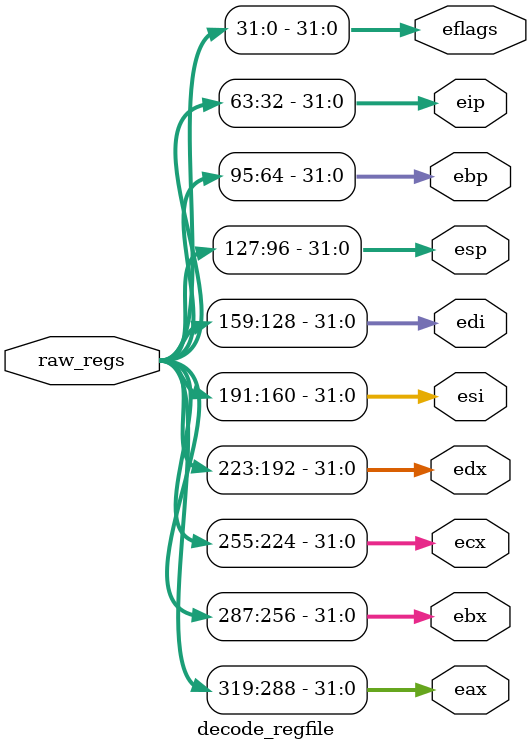
<source format=v>
module decode_regfile(
  input [319:0] raw_regs,

  output [31:0] eax,
  output [31:0] ebx,
  output [31:0] ecx,
  output [31:0] edx,
  output [31:0] esi,
  output [31:0] edi,
  output [31:0] esp,
  output [31:0] ebp,
  output [31:0] eip,
  output [31:0] eflags
);

assign {eax, ebx, ecx, edx, esi, edi, esp, ebp, eip, eflags} = raw_regs;

endmodule

</source>
